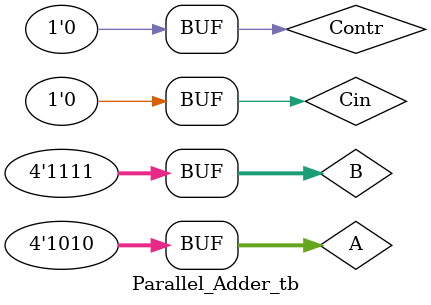
<source format=v>
`timescale 1ns/1ps

module Parallel_Adder(Sum, Cout, A, B, Cin, Contr);
	
	output reg [3:0]Sum;
	output reg Cout;
	input [3:0]A,B;
	input Cin, Contr;
	//reg [3:0]Bbar;

always@(*)
begin
	if (Contr) {Cout,Sum} = A-B-Cin;
	else {Cout,Sum} = A+B+Cin;

end

endmodule

module Parallel_Adder_tb();
	wire [3:0]Sum;
	wire Cout;
	reg [3:0]A,B;
	reg Cin,Contr;

Parallel_Adder pa0(Sum, Cout, A, B, Cin, Contr);

initial 
begin
	A = 4'd10;
	B = 4'd15;
	Cin = 1'b0;
	Contr = 1'b1;
	Contr = # 15 1'b0;


end
endmodule

</source>
